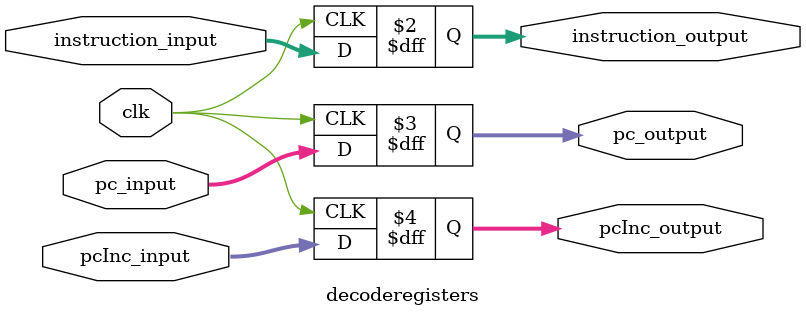
<source format=sv>
module decoderegisters (
    input logic [31:0] instruction_input,
    input logic [31:0] pc_input,
    input logic [31:0] pcInc_input,
    input logic clk,

    output logic [31:0] instruction_output,
    output logic [31:0] pc_output,
    output logic [31:0] pcInc_output
);

  always_ff @(posedge clk) begin
    pc_output <= pc_input;
    pcInc_output <= pcInc_input;
    instruction_output <= instruction_input;
  end
endmodule

</source>
